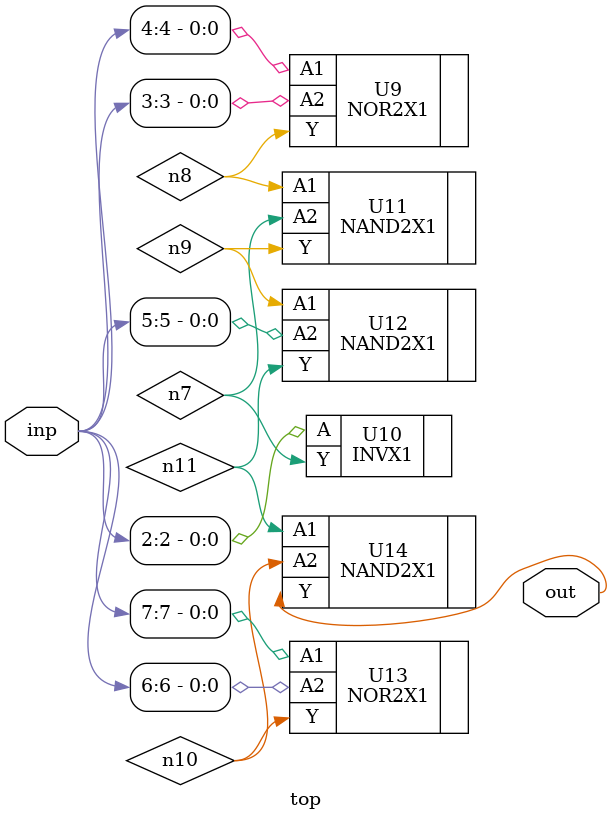
<source format=sv>


module top ( inp, out );
  input [7:0] inp;
  output out;
  wire   n7, n8, n9, n10, n11;

  NOR2X1 U9 ( .A1(inp[4]), .A2(inp[3]), .Y(n8) );
  INVX1 U10 ( .A(inp[2]), .Y(n7) );
  NAND2X1 U11 ( .A1(n8), .A2(n7), .Y(n9) );
  NAND2X1 U12 ( .A1(n9), .A2(inp[5]), .Y(n11) );
  NOR2X1 U13 ( .A1(inp[7]), .A2(inp[6]), .Y(n10) );
  NAND2X1 U14 ( .A1(n11), .A2(n10), .Y(out) );
endmodule


</source>
